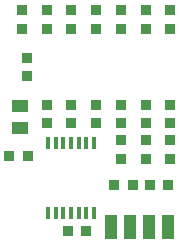
<source format=gtp>
%TF.GenerationSoftware,KiCad,Pcbnew,(5.1.2-1)-1*%
%TF.CreationDate,2020-09-09T12:48:07+02:00*%
%TF.ProjectId,RGB BYPASS AMP v3.1,52474220-4259-4504-9153-5320414d5020,2.21*%
%TF.SameCoordinates,Original*%
%TF.FileFunction,Paste,Top*%
%TF.FilePolarity,Positive*%
%FSLAX46Y46*%
G04 Gerber Fmt 4.6, Leading zero omitted, Abs format (unit mm)*
G04 Created by KiCad (PCBNEW (5.1.2-1)-1) date 2020-09-09 12:48:07*
%MOMM*%
%LPD*%
G04 APERTURE LIST*
%ADD10R,0.950000X0.875000*%
%ADD11R,1.050000X2.100000*%
%ADD12R,0.400000X1.000000*%
%ADD13R,0.875000X0.950000*%
%ADD14R,1.400000X0.975000*%
G04 APERTURE END LIST*
D10*
X63352300Y-130844800D03*
X63352300Y-129269800D03*
X65442300Y-130844800D03*
X65442300Y-129269800D03*
X61262300Y-129269800D03*
X61262300Y-130844800D03*
X67532300Y-129269800D03*
X67532300Y-130844800D03*
D11*
X70425000Y-147585000D03*
X68825000Y-147585000D03*
X73625000Y-147585000D03*
X72025000Y-147585000D03*
D12*
X67345000Y-140495000D03*
X66695000Y-140495000D03*
X66045000Y-140495000D03*
X65395000Y-140495000D03*
X64745000Y-140495000D03*
X64095000Y-140495000D03*
X63445000Y-140495000D03*
X63445000Y-146395000D03*
X64095000Y-146395000D03*
X64745000Y-146395000D03*
X65395000Y-146395000D03*
X66045000Y-146395000D03*
X66695000Y-146395000D03*
X67345000Y-146395000D03*
D10*
X61637300Y-134839800D03*
X61637300Y-133264800D03*
X71712300Y-138837300D03*
X71712300Y-137262300D03*
D13*
X60190200Y-141562300D03*
X61765200Y-141562300D03*
D10*
X71712300Y-130844800D03*
X71712300Y-129269800D03*
X69622300Y-130844800D03*
X69622300Y-129269800D03*
X67532300Y-138837300D03*
X67532300Y-137262300D03*
D13*
X66699800Y-147922700D03*
X65124800Y-147922700D03*
D10*
X73802300Y-138837300D03*
X73802300Y-137262300D03*
X71712300Y-141829800D03*
X71712300Y-140254800D03*
X63352300Y-138837300D03*
X63352300Y-137262300D03*
X65442300Y-138837300D03*
X65442300Y-137262300D03*
X73802300Y-141829800D03*
X73802300Y-140254800D03*
X73802300Y-130844800D03*
X73802300Y-129269800D03*
X69622300Y-141829800D03*
X69622300Y-140254800D03*
D13*
X72062700Y-144012300D03*
X73637700Y-144012300D03*
X69062700Y-144012300D03*
X70637700Y-144012300D03*
D10*
X69622300Y-138837300D03*
X69622300Y-137262300D03*
D14*
X61051000Y-137325000D03*
X61051000Y-139200000D03*
M02*

</source>
